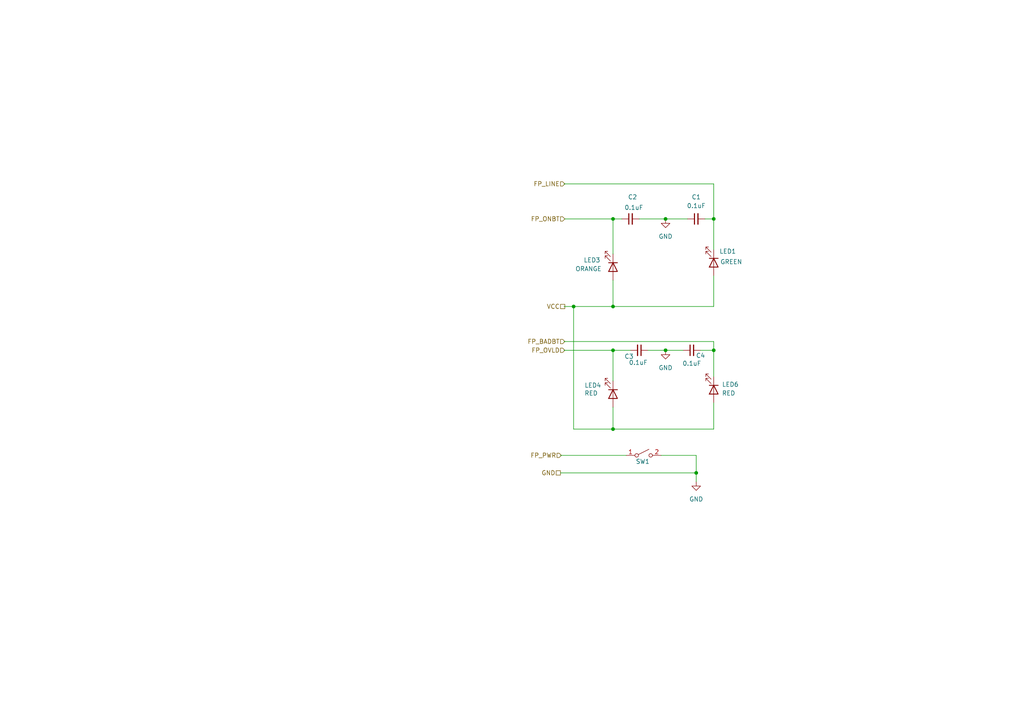
<source format=kicad_sch>
(kicad_sch (version 20250114) (generator "eeschema") (generator_version "9.0")
  (paper "A4")
  (lib_symbols
    (symbol "Device:C_Small" (pin_numbers (hide yes)) (pin_names (offset 0.254) (hide yes))
      (property "Reference" "C" (at 0.254 1.778 0))
      (property "Value" "C_Small" (at 0.254 -2.032 0))
      (symbol "C_Small_0_1"
        (polyline (pts (xy -1.524 0.508) (xy 1.524 0.508)) (stroke (width 0.3048)))
        (polyline (pts (xy -1.524 -0.508) (xy 1.524 -0.508)) (stroke (width 0.3302)))
      )
      (symbol "C_Small_1_1"
        (pin passive line (at 0 2.54 270) (length 2.032) (name "~") (number "1"))
        (pin passive line (at 0 -2.54 90) (length 2.032) (name "~") (number "2"))
      )
    )
    (symbol "Device:LED" (pin_numbers (hide yes)) (pin_names (offset 1.016) (hide yes))
      (property "Reference" "D" (at 0 2.54 0))
      (property "Value" "LED" (at 0 -2.54 0))
      (symbol "LED_0_1"
        (polyline (pts (xy -3.048 -0.762) (xy -4.572 -2.286) (xy -3.81 -2.286) (xy -4.572 -2.286) (xy -4.572 -1.524)))
        (polyline (pts (xy -1.778 -0.762) (xy -3.302 -2.286) (xy -2.54 -2.286) (xy -3.302 -2.286) (xy -3.302 -1.524)))
        (polyline (pts (xy -1.27 0) (xy 1.27 0)))
        (polyline (pts (xy -1.27 -1.27) (xy -1.27 1.27)) (stroke (width 0.254)))
        (polyline (pts (xy 1.27 -1.27) (xy 1.27 1.27) (xy -1.27 0) (xy 1.27 -1.27)) (stroke (width 0.254)))
      )
      (symbol "LED_1_1"
        (pin passive line (at -3.81 0 0) (length 2.54) (name "K") (number "1"))
        (pin passive line (at 3.81 0 180) (length 2.54) (name "A") (number "2"))
      )
    )
    (symbol "Switch:SW_SPST" (pin_names (offset 0) (hide yes))
      (property "Reference" "SW" (at 0 3.175 0))
      (property "Value" "SW_SPST" (at 0 -2.54 0))
      (symbol "SW_SPST_0_0"
        (circle (center -2.032 0) (radius 0.508))
        (polyline (pts (xy -1.524 0.254) (xy 1.524 1.778)))
        (circle (center 2.032 0) (radius 0.508))
      )
      (symbol "SW_SPST_1_1"
        (pin passive line (at -5.08 0 0) (length 2.54) (name "A") (number "1"))
        (pin passive line (at 5.08 0 180) (length 2.54) (name "B") (number "2"))
      )
    )
    (symbol "power:GND" (power) (pin_numbers (hide yes)) (pin_names (offset 0) (hide yes))
      (property "Value" "GND" (at 0 -3.81 0))
      (symbol "GND_0_1"
        (polyline (pts (xy 0 0) (xy 0 -1.27) (xy 1.27 -1.27) (xy 0 -2.54) (xy -1.27 -1.27) (xy 0 -1.27)))
      )
      (symbol "GND_1_1"
        (pin power_in line (at 0 0 270) (length 0) (name "~") (number "1"))
      )
    )
  )
  (junction (at 207.01 63.5))
  (junction (at 177.8 124.46))
  (junction (at 193.04 101.6))
  (junction (at 177.8 63.5))
  (junction (at 201.93 137.16))
  (junction (at 193.04 63.5))
  (junction (at 166.37 88.9))
  (junction (at 177.8 101.6))
  (junction (at 207.01 101.6))
  (junction (at 177.8 88.9))
  (wire (pts (xy 207.01 88.9) (xy 207.01 80.01)))
  (wire (pts (xy 177.8 63.5) (xy 180.34 63.5)))
  (wire (pts (xy 166.37 88.9) (xy 166.37 124.46)))
  (wire (pts (xy 163.576 99.06) (xy 207.01 99.06)))
  (wire (pts (xy 201.93 132.08) (xy 201.93 137.16)))
  (wire (pts (xy 177.8 63.5) (xy 177.8 73.66)))
  (wire (pts (xy 191.77 132.08) (xy 201.93 132.08)))
  (wire (pts (xy 166.37 88.9) (xy 177.8 88.9)))
  (wire (pts (xy 193.04 63.5) (xy 199.39 63.5)))
  (wire (pts (xy 162.56 137.16) (xy 201.93 137.16)))
  (wire (pts (xy 207.01 63.5) (xy 207.01 72.39)))
  (wire (pts (xy 162.56 132.08) (xy 181.61 132.08)))
  (wire (pts (xy 207.01 101.6) (xy 207.01 99.06)))
  (wire (pts (xy 177.8 101.6) (xy 182.88 101.6)))
  (wire (pts (xy 163.576 88.9) (xy 166.37 88.9)))
  (wire (pts (xy 163.576 101.6) (xy 177.8 101.6)))
  (wire (pts (xy 177.8 118.11) (xy 177.8 124.46)))
  (wire (pts (xy 203.2 101.6) (xy 207.01 101.6)))
  (wire (pts (xy 166.37 124.46) (xy 177.8 124.46)))
  (wire (pts (xy 177.8 81.28) (xy 177.8 88.9)))
  (wire (pts (xy 177.8 88.9) (xy 207.01 88.9)))
  (wire (pts (xy 177.8 124.46) (xy 207.01 124.46)))
  (wire (pts (xy 204.47 63.5) (xy 207.01 63.5)))
  (wire (pts (xy 207.01 101.6) (xy 207.01 109.22)))
  (wire (pts (xy 207.01 63.5) (xy 207.01 53.34)))
  (wire (pts (xy 207.01 53.34) (xy 163.576 53.34)))
  (wire (pts (xy 193.04 101.6) (xy 198.12 101.6)))
  (wire (pts (xy 163.83 63.5) (xy 177.8 63.5)))
  (wire (pts (xy 207.01 116.84) (xy 207.01 124.46)))
  (wire (pts (xy 201.93 137.16) (xy 201.93 139.7)))
  (wire (pts (xy 193.04 63.5) (xy 185.42 63.5)))
  (wire (pts (xy 177.8 110.49) (xy 177.8 101.6)))
  (wire (pts (xy 187.96 101.6) (xy 193.04 101.6)))
  (hierarchical_label "VCC" (shape passive) (at 163.83 88.9 180))
  (hierarchical_label "FP_PWR" (shape input) (at 162.814 132.08 180))
  (hierarchical_label "FP_ONBT" (shape input) (at 163.83 63.5 180))
  (hierarchical_label "FP_OVLD" (shape input) (at 163.83 101.6 180))
  (hierarchical_label "FP_BADBT" (shape input) (at 163.83 99.06 180))
  (hierarchical_label "FP_LINE" (shape input) (at 163.83 53.34 180))
  (hierarchical_label "GND" (shape passive) (at 162.56 137.16 180))
  (symbol (lib_id "Switch:SW_SPST") (at 186.69 132.08 0) (unit 1)
    (property "Reference" "SW1" (at 188.468 133.858 0) (effects (justify right)))
    (property "Value" "SW_SPST" (effects (hide yes)))
    (property "Footprint" "apc-custom:SW_SPST_B3S-1000-THT" (effects (hide yes)))
    (property "Description" "Single Pole Single Throw (SPST) switch" (effects (hide yes)))
  )
  (symbol (lib_id "power:GND") (at 201.93 139.7 0) (unit 1)
    (property "Reference" "#PWR01" (effects (hide yes)))
    (property "Value" "GND" (at 201.93 144.78 0))
    (property "Description" "Power symbol creates a global label with name \"GND\" , ground" (effects (hide yes)))
  )
  (symbol (lib_id "Device:LED") (at 177.8 77.47 270) (unit 1)
    (property "Reference" "LED3" (at 171.704 75.438 90))
    (property "Value" "ORANGE" (at 170.688 77.978 90))
    (property "Footprint" "apc-custom:LED_D3.0mm_Doublesided" (effects (hide yes)))
    (property "Description" "Light emitting diode" (effects (hide yes)))
  )
  (symbol (lib_id "Device:C_Small") (at 185.42 101.6 270) (unit 1)
    (property "Reference" "C3" (at 181.102 103.378 90) (effects (justify left)))
    (property "Value" "0.1uF" (at 182.372 105.156 90) (effects (justify left)))
    (property "Footprint" "apc-custom:C_Tant_L9.0mm_W2.5mm_P7.50mm_MKT" (effects (hide yes)))
    (property "Description" "Unpolarized capacitor, small symbol" (effects (hide yes)))
  )
  (symbol (lib_id "Device:LED") (at 207.01 113.03 270) (unit 1)
    (property "Reference" "LED6" (at 211.836 111.506 90))
    (property "Value" "RED" (at 211.328 114.046 90))
    (property "Footprint" "apc-custom:LED_D3.0mm_Doublesided" (effects (hide yes)))
    (property "Description" "Light emitting diode" (effects (hide yes)))
  )
  (symbol (lib_id "power:GND") (at 193.04 63.5 0) (unit 1)
    (property "Reference" "#PWR04" (effects (hide yes)))
    (property "Value" "GND" (at 193.04 68.58 0))
    (property "Description" "Power symbol creates a global label with name \"GND\" , ground" (effects (hide yes)))
  )
  (symbol (lib_id "Device:C_Small") (at 201.93 63.5 90) (unit 1)
    (property "Reference" "C1" (at 201.9363 57.15 90))
    (property "Value" "0.1uF" (at 201.9363 59.69 90))
    (property "Footprint" "apc-custom:C_Tant_L9.0mm_W2.5mm_P7.50mm_MKT" (effects (hide yes)))
    (property "Description" "Unpolarized capacitor, small symbol" (effects (hide yes)))
  )
  (symbol (lib_id "Device:LED") (at 177.8 114.3 270) (unit 1)
    (property "Reference" "LED4" (at 171.958 111.76 90))
    (property "Value" "RED" (at 171.45 114.046 90))
    (property "Footprint" "apc-custom:LED_D3.0mm_Doublesided" (effects (hide yes)))
    (property "Description" "Light emitting diode" (effects (hide yes)))
  )
  (symbol (lib_id "power:GND") (at 193.04 101.6 0) (unit 1)
    (property "Reference" "#PWR06" (effects (hide yes)))
    (property "Value" "GND" (at 193.04 106.68 0))
    (property "Description" "Power symbol creates a global label with name \"GND\" , ground" (effects (hide yes)))
  )
  (symbol (lib_id "Device:C_Small") (at 182.88 63.5 90) (unit 1)
    (property "Reference" "C2" (at 182.118 57.15 90) (effects (justify right)))
    (property "Value" "0.1uF" (at 181.102 60.198 90) (effects (justify right)))
    (property "Footprint" "apc-custom:C_Tant_L9.0mm_W2.5mm_P7.50mm_MKT" (effects (hide yes)))
    (property "Description" "Unpolarized capacitor, small symbol" (effects (hide yes)))
  )
  (symbol (lib_id "Device:LED") (at 207.01 76.2 270) (unit 1)
    (property "Reference" "LED1" (at 211.074 72.898 90))
    (property "Value" "GREEN" (at 212.09 75.946 90))
    (property "Footprint" "apc-custom:LED_D3.0mm_Doublesided" (effects (hide yes)))
    (property "Description" "Light emitting diode" (effects (hide yes)))
  )
  (symbol (lib_id "Device:C_Small") (at 200.66 101.6 90) (unit 1)
    (property "Reference" "C4" (at 203.2 103.124 90))
    (property "Value" "0.1uF" (at 200.66 105.41 90))
    (property "Footprint" "apc-custom:C_Tant_L9.0mm_W2.5mm_P7.50mm_MKT" (effects (hide yes)))
    (property "Description" "Unpolarized capacitor, small symbol" (effects (hide yes)))
  )
)
</source>
